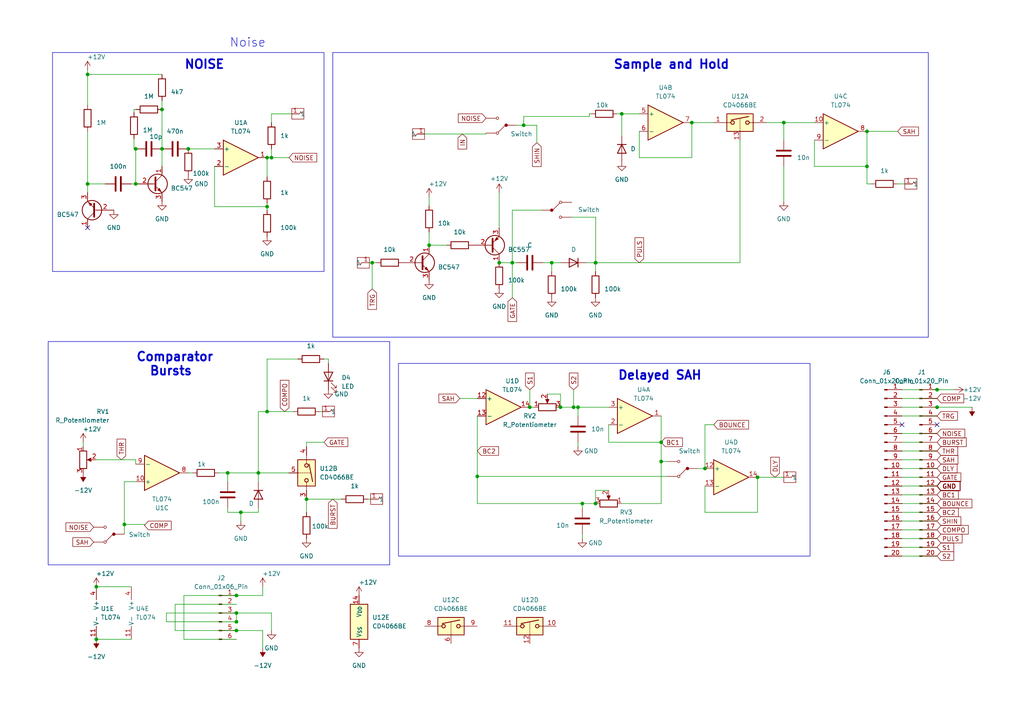
<source format=kicad_sch>
(kicad_sch (version 20250114) (generator "eeschema") (generator_version "9.0")
  (paper "A4")
  (title_block (title "Random by github.com/Fihdi"))
  (lib_symbols
    (symbol "Amplifier_Operational:TL074" (pin_names (offset 0.127))
      (property "Reference" "U" (at 0 5.08 0))
      (property "Value" "TL074" (at 0 -5.08 0))
      (symbol "TL074_1_1"
        (pin input line (at -7.62 2.54 0) (length 2.54) (name "+") (number "3"))
        (pin input line (at -7.62 -2.54 0) (length 2.54) (name "-") (number "2"))
        (pin output line (at 7.62 0 180) (length 2.54) (name "~") (number "1"))
      )
      (symbol "TL074_2_1"
        (pin input line (at -7.62 2.54 0) (length 2.54) (name "+") (number "5"))
        (pin input line (at -7.62 -2.54 0) (length 2.54) (name "-") (number "6"))
        (pin output line (at 7.62 0 180) (length 2.54) (name "~") (number "7"))
      )
      (symbol "TL074_3_1"
        (pin input line (at -7.62 2.54 0) (length 2.54) (name "+") (number "10"))
        (pin input line (at -7.62 -2.54 0) (length 2.54) (name "-") (number "9"))
        (pin output line (at 7.62 0 180) (length 2.54) (name "~") (number "8"))
      )
      (symbol "TL074_4_1"
        (pin input line (at -7.62 2.54 0) (length 2.54) (name "+") (number "12"))
        (pin input line (at -7.62 -2.54 0) (length 2.54) (name "-") (number "13"))
        (pin output line (at 7.62 0 180) (length 2.54) (name "~") (number "14"))
      )
      (symbol "TL074_5_1"
        (pin power_in line (at -2.54 7.62 270) (length 3.81) (name "V+") (number "4"))
        (pin power_in line (at -2.54 -7.62 90) (length 3.81) (name "V-") (number "11"))
      )
    )
    (symbol "Analog_Switch:CD4066BE"
      (property "Reference" "U" (at -5.08 3.81 0))
      (property "Value" "CD4066BE" (at 7.62 3.81 0))
      (symbol "CD4066BE_1_1"
        (pin bidirectional line (at -7.62 0 0) (length 2.54) (name "~") (number "1"))
        (pin input line (at 0 -5.08 90) (length 2.54) (name "~") (number "13"))
        (pin bidirectional line (at 7.62 0 180) (length 2.54) (name "~") (number "2"))
      )
      (symbol "CD4066BE_2_1"
        (pin bidirectional line (at -7.62 0 0) (length 2.54) (name "~") (number "4"))
        (pin input line (at 0 -5.08 90) (length 2.54) (name "~") (number "5"))
        (pin bidirectional line (at 7.62 0 180) (length 2.54) (name "~") (number "3"))
      )
      (symbol "CD4066BE_3_1"
        (pin bidirectional line (at -7.62 0 0) (length 2.54) (name "~") (number "8"))
        (pin input line (at 0 -5.08 90) (length 2.54) (name "~") (number "6"))
        (pin bidirectional line (at 7.62 0 180) (length 2.54) (name "~") (number "9"))
      )
      (symbol "CD4066BE_4_1"
        (pin bidirectional line (at -7.62 0 0) (length 2.54) (name "~") (number "11"))
        (pin input line (at 0 -5.08 90) (length 2.54) (name "~") (number "12"))
        (pin bidirectional line (at 7.62 0 180) (length 2.54) (name "~") (number "10"))
      )
      (symbol "CD4066BE_5_1"
        (pin power_in line (at 0 7.62 270) (length 2.54) (name "V_{DD}") (number "14"))
        (pin power_in line (at 0 -7.62 90) (length 2.54) (name "V_{SS}") (number "7"))
      )
    )
    (symbol "Connector:Conn_01x06_Pin" (pin_names (offset 1.016) (hide yes))
      (property "Reference" "J" (at 0 7.62 0))
      (property "Value" "Conn_01x06_Pin" (at 0 -10.16 0))
      (symbol "Conn_01x06_Pin_1_1"
        (pin passive line (at 5.08 5.08 180) (length 3.81) (name "Pin_1") (number "1"))
        (pin passive line (at 5.08 2.54 180) (length 3.81) (name "Pin_2") (number "2"))
        (pin passive line (at 5.08 0 180) (length 3.81) (name "Pin_3") (number "3"))
        (pin passive line (at 5.08 -2.54 180) (length 3.81) (name "Pin_4") (number "4"))
        (pin passive line (at 5.08 -5.08 180) (length 3.81) (name "Pin_5") (number "5"))
        (pin passive line (at 5.08 -7.62 180) (length 3.81) (name "Pin_6") (number "6"))
      )
    )
    (symbol "Connector:Conn_01x20_Pin" (pin_names (offset 1.016) (hide yes))
      (property "Reference" "J" (at 0 25.4 0))
      (property "Value" "Conn_01x20_Pin" (at 0 -27.94 0))
      (symbol "Conn_01x20_Pin_1_1"
        (pin passive line (at 5.08 22.86 180) (length 3.81) (name "Pin_1") (number "1"))
        (pin passive line (at 5.08 20.32 180) (length 3.81) (name "Pin_2") (number "2"))
        (pin passive line (at 5.08 17.78 180) (length 3.81) (name "Pin_3") (number "3"))
        (pin passive line (at 5.08 15.24 180) (length 3.81) (name "Pin_4") (number "4"))
        (pin passive line (at 5.08 12.7 180) (length 3.81) (name "Pin_5") (number "5"))
        (pin passive line (at 5.08 10.16 180) (length 3.81) (name "Pin_6") (number "6"))
        (pin passive line (at 5.08 7.62 180) (length 3.81) (name "Pin_7") (number "7"))
        (pin passive line (at 5.08 5.08 180) (length 3.81) (name "Pin_8") (number "8"))
        (pin passive line (at 5.08 2.54 180) (length 3.81) (name "Pin_9") (number "9"))
        (pin passive line (at 5.08 0 180) (length 3.81) (name "Pin_10") (number "10"))
        (pin passive line (at 5.08 -2.54 180) (length 3.81) (name "Pin_11") (number "11"))
        (pin passive line (at 5.08 -5.08 180) (length 3.81) (name "Pin_12") (number "12"))
        (pin passive line (at 5.08 -7.62 180) (length 3.81) (name "Pin_13") (number "13"))
        (pin passive line (at 5.08 -10.16 180) (length 3.81) (name "Pin_14") (number "14"))
        (pin passive line (at 5.08 -12.7 180) (length 3.81) (name "Pin_15") (number "15"))
        (pin passive line (at 5.08 -15.24 180) (length 3.81) (name "Pin_16") (number "16"))
        (pin passive line (at 5.08 -17.78 180) (length 3.81) (name "Pin_17") (number "17"))
        (pin passive line (at 5.08 -20.32 180) (length 3.81) (name "Pin_18") (number "18"))
        (pin passive line (at 5.08 -22.86 180) (length 3.81) (name "Pin_19") (number "19"))
        (pin passive line (at 5.08 -25.4 180) (length 3.81) (name "Pin_20") (number "20"))
      )
    )
    (symbol "Device:C" (pin_numbers (hide yes)) (pin_names (offset 0.254))
      (property "Reference" "C" (at 0.635 2.54 0))
      (property "Value" "C" (at 0.635 -2.54 0))
      (symbol "C_1_1"
        (pin passive line (at 0 3.81 270) (length 2.794) (name "~") (number "1"))
        (pin passive line (at 0 -3.81 90) (length 2.794) (name "~") (number "2"))
      )
    )
    (symbol "Device:D" (pin_numbers (hide yes)) (pin_names (offset 1.016) (hide yes))
      (property "Reference" "D" (at 0 2.54 0))
      (property "Value" "D" (at 0 -2.54 0))
      (symbol "D_1_1"
        (pin passive line (at -3.81 0 0) (length 2.54) (name "K") (number "1"))
        (pin passive line (at 3.81 0 180) (length 2.54) (name "A") (number "2"))
      )
    )
    (symbol "Device:LED" (pin_numbers (hide yes)) (pin_names (offset 1.016) (hide yes))
      (property "Reference" "D" (at 0 2.54 0))
      (property "Value" "LED" (at 0 -2.54 0))
      (symbol "LED_1_1"
        (pin passive line (at -3.81 0 0) (length 2.54) (name "K") (number "1"))
        (pin passive line (at 3.81 0 180) (length 2.54) (name "A") (number "2"))
      )
    )
    (symbol "Device:R" (pin_numbers (hide yes)) (pin_names (offset 0))
      (property "Reference" "R" (at 2.032 0 90))
      (property "Value" "R" (at 0 0 90))
      (symbol "R_1_1"
        (pin passive line (at 0 3.81 270) (length 1.27) (name "~") (number "1"))
        (pin passive line (at 0 -3.81 90) (length 1.27) (name "~") (number "2"))
      )
    )
    (symbol "Device:R_Potentiometer" (pin_names (offset 1.016) (hide yes))
      (property "Reference" "RV" (at -4.445 0 90))
      (property "Value" "R_Potentiometer" (at -2.54 0 90))
      (symbol "R_Potentiometer_1_1"
        (pin passive line (at 0 3.81 270) (length 1.27) (name "1") (number "1"))
        (pin passive line (at 0 -3.81 90) (length 1.27) (name "3") (number "3"))
        (pin passive line (at 3.81 0 180) (length 1.27) (name "2") (number "2"))
      )
    )
    (symbol "HEJ:Aux_flush"
      (property "Reference" "U" (at -0.0508 5.3848 0))
      (symbol "Aux_flush_1_1"
        (pin bidirectional line (at 1.7272 0 180) (length 2) (name "1") (number "1"))
      )
    )
    (symbol "HEJ:Switch"
      (property "Reference" "U" (at 0 4.318 0))
      (property "Value" "Switch" (at 0 -6.096 0))
      (symbol "Switch_1_1"
        (pin input line (at -3.048 0 0) (length 2.54) (hide yes) (name "2") (number "2"))
        (pin input line (at 5.842 2.286 180) (length 2.54) (hide yes) (name "1") (number "1"))
        (pin input line (at 5.842 -2.032 180) (length 2.54) (hide yes) (name "3") (number "3"))
      )
    )
    (symbol "Transistor_BJT:BC547" (pin_names (offset 0) (hide yes))
      (property "Reference" "Q" (at 5.08 1.905 0))
      (property "Value" "BC547" (at 5.08 0 0))
      (symbol "BC547_1_1"
        (pin input line (at -5.08 0 0) (length 5.08) (name "B") (number "2"))
        (pin passive line (at 2.54 5.08 270) (length 2.54) (name "C") (number "1"))
        (pin passive line (at 2.54 -5.08 90) (length 2.54) (name "E") (number "3"))
      )
    )
    (symbol "Transistor_BJT:BC557" (pin_names (offset 0) (hide yes))
      (property "Reference" "Q" (at 5.08 1.905 0))
      (property "Value" "BC557" (at 5.08 0 0))
      (symbol "BC557_1_1"
        (pin input line (at -5.08 0 0) (length 5.715) (name "B") (number "2"))
        (pin passive line (at 2.54 5.08 270) (length 2.54) (name "C") (number "1"))
        (pin passive line (at 2.54 -5.08 90) (length 2.54) (name "E") (number "3"))
      )
    )
    (symbol "power:+12V" (power) (pin_names (offset 0))
      (property "Value" "+12V" (at 0 3.556 0))
      (symbol "+12V_1_1"
        (pin power_in line (at 0 0 90) (length 0) (hide yes) (name "+12V") (number "1"))
      )
    )
    (symbol "power:-12V" (power) (pin_names (offset 0))
      (property "Value" "-12V" (at 0 3.81 0))
      (symbol "-12V_0_0"
        (pin power_in line (at 0 0 90) (length 0) (hide yes) (name "-12V") (number "1"))
      )
    )
    (symbol "power:GND" (power) (pin_names (offset 0))
      (property "Value" "GND" (at 0 -3.81 0))
      (symbol "GND_1_1"
        (pin power_in line (at 0 0 270) (length 0) (hide yes) (name "GND") (number "1"))
      )
    )
  )
  (rectangle (start 96.52 15.24) (end 269.24 97.79))
  (rectangle (start 15.24 15.24) (end 93.98 78.74))
  (rectangle (start 115.57 105.41) (end 234.95 161.29))
  (rectangle (start 13.97 99.06) (end 113.03 163.83))
  (text "Comparator\n  Bursts" (at 39.37 109.22 0) (effects (font (size 2.54 2.54) (thickness 0.508) (bold yes)) (justify left bottom)))
  (text "NOISE" (at 53.34 20.32 0) (effects (font (size 2.54 2.54) (thickness 0.508) (bold yes)) (justify left bottom)))
  (text "Delayed SAH\n" (at 179.07 110.49 0) (effects (font (size 2.54 2.54) (thickness 0.508) (bold yes)) (justify left bottom)))
  (text "Sample and Hold" (at 177.8 20.32 0) (effects (font (size 2.54 2.54) (thickness 0.508) (bold yes)) (justify left bottom)))
  (text "Noise" (at 66.548 13.97 0) (effects (font (size 2.54 2.54)) (justify left bottom)))
  (junction (at 27.94 185.42))
  (junction (at 25.4 53.34))
  (junction (at 88.9 144.78))
  (junction (at 68.58 172.72))
  (junction (at 77.47 119.38))
  (junction (at 180.34 33.02))
  (junction (at 172.7765 76.2))
  (junction (at 77.47 45.72))
  (junction (at 251.46 38.1))
  (junction (at 46.99 43.18))
  (junction (at 27.94 170.18))
  (junction (at 46.99 31.75))
  (junction (at 160.02 76.2))
  (junction (at 168.91 146.05))
  (junction (at 153.67 118.11))
  (junction (at 151.892 36.322))
  (junction (at 166.37 118.11))
  (junction (at 162.56 118.11))
  (junction (at 138.43 138.176))
  (junction (at 68.58 180.34))
  (junction (at 25.4 21.59))
  (junction (at 219.71 138.43))
  (junction (at 107.95 76.2))
  (junction (at 39.37 43.18))
  (junction (at 66.04 137.16))
  (junction (at 68.58 177.8))
  (junction (at 54.61 43.18))
  (junction (at 124.46 71.12))
  (junction (at 77.47 59.944))
  (junction (at 191.77 128.27))
  (junction (at 167.64 118.11))
  (junction (at 68.58 182.88))
  (junction (at 271.78 118.11))
  (junction (at 36.068 152.1049))
  (junction (at 69.85 148.59))
  (junction (at 271.78 113.03))
  (junction (at 172.72 146.05))
  (junction (at 227.33 35.56))
  (junction (at 251.46 48.26))
  (junction (at 191.77 133.858))
  (junction (at 39.37 53.34))
  (junction (at 200.66 35.56))
  (junction (at 74.93 137.16))
  (junction (at 144.78 76.2))
  (junction (at 172.72 76.2))
  (junction (at 78.74 45.72))
  (junction (at 148.59 76.2))
  (junction (at 204.47 135.89))
  (no_connect (at 25.4 66.04))
  (no_connect (at 271.78 123.19))
  (no_connect (at 261.62 123.19))
  (wire (pts (xy 123.1392 38.862) (xy 140.97 38.862)))
  (wire (pts (xy 261.62 146.05) (xy 271.78 146.05)))
  (wire (pts (xy 50.8 175.26) (xy 50.8 182.88)))
  (wire (pts (xy 106.68 144.78) (xy 107.4928 144.78)))
  (wire (pts (xy 204.47 140.97) (xy 204.47 148.59)))
  (wire (pts (xy 88.9 144.78) (xy 99.06 144.78)))
  (wire (pts (xy 167.64 129.54) (xy 167.64 128.27)))
  (wire (pts (xy 69.85 151.13) (xy 69.85 148.59)))
  (wire (pts (xy 77.47 59.944) (xy 77.47 58.928)))
  (wire (pts (xy 77.47 104.14) (xy 86.36 104.14)))
  (wire (pts (xy 153.67 113.03) (xy 153.67 118.11)))
  (wire (pts (xy 48.26 180.34) (xy 68.58 180.34)))
  (wire (pts (xy 148.59 76.2) (xy 148.59 86.36)))
  (wire (pts (xy 62.23 59.944) (xy 62.23 48.26)))
  (wire (pts (xy 261.62 151.13) (xy 271.78 151.13)))
  (wire (pts (xy 25.4 53.34) (xy 30.48 53.34)))
  (wire (pts (xy 261.62 161.29) (xy 271.78 161.29)))
  (wire (pts (xy 88.9 128.27) (xy 88.9 129.54)))
  (wire (pts (xy 66.04 148.59) (xy 69.85 148.59)))
  (wire (pts (xy 251.46 38.1) (xy 260.35 38.1)))
  (wire (pts (xy 77.47 59.944) (xy 62.23 59.944)))
  (wire (pts (xy 48.26 177.8) (xy 68.58 177.8)))
  (wire (pts (xy 162.56 114.3) (xy 162.56 118.11)))
  (wire (pts (xy 200.66 35.56) (xy 207.01 35.56)))
  (wire (pts (xy 46.99 31.75) (xy 46.99 43.18)))
  (wire (pts (xy 170.18 76.2) (xy 172.72 76.2)))
  (wire (pts (xy 41.91 152.4) (xy 41.91 152.1049)))
  (wire (pts (xy 167.64 118.11) (xy 167.64 120.65)))
  (wire (pts (xy 77.47 60.96) (xy 77.47 59.944)))
  (wire (pts (xy 27.94 170.18) (xy 38.1 170.18)))
  (wire (pts (xy 167.64 118.11) (xy 176.53 118.11)))
  (wire (pts (xy 191.77 146.05) (xy 180.34 146.05)))
  (wire (pts (xy 204.47 123.19) (xy 207.01 123.19)))
  (wire (pts (xy 191.77 133.858) (xy 191.77 146.05)))
  (wire (pts (xy 180.34 33.02) (xy 185.42 33.02)))
  (wire (pts (xy 39.37 133.35) (xy 39.37 134.62)))
  (wire (pts (xy 93.98 104.14) (xy 95.25 104.14)))
  (wire (pts (xy 227.33 35.56) (xy 236.22 35.56)))
  (wire (pts (xy 172.72 142.24) (xy 172.72 146.05)))
  (wire (pts (xy 66.04 147.32) (xy 66.04 148.59)))
  (wire (pts (xy 261.62 158.75) (xy 271.78 158.75)))
  (wire (pts (xy 74.93 148.59) (xy 74.93 147.32)))
  (wire (pts (xy 271.78 118.11) (xy 281.94 118.11)))
  (wire (pts (xy 77.47 119.38) (xy 85.09 119.38)))
  (wire (pts (xy 48.26 177.8) (xy 48.26 180.34)))
  (wire (pts (xy 251.46 48.26) (xy 251.46 53.34)))
  (wire (pts (xy 261.62 120.65) (xy 271.78 120.65)))
  (wire (pts (xy 77.47 104.14) (xy 77.47 119.38)))
  (wire (pts (xy 39.37 139.7) (xy 36.068 139.7)))
  (wire (pts (xy 78.74 177.8) (xy 68.58 177.8)))
  (wire (pts (xy 138.43 138.176) (xy 138.43 146.05)))
  (wire (pts (xy 50.8 182.88) (xy 68.58 182.88)))
  (wire (pts (xy 157.48 76.2) (xy 160.02 76.2)))
  (wire (pts (xy 55.88 137.16) (xy 54.61 137.16)))
  (wire (pts (xy 168.91 146.05) (xy 168.91 147.32)))
  (wire (pts (xy 140.97 38.862) (xy 140.97 38.608)))
  (wire (pts (xy 261.62 133.35) (xy 271.78 133.35)))
  (wire (pts (xy 172.72 142.24) (xy 176.53 142.24)))
  (wire (pts (xy 76.2 172.72) (xy 68.58 172.72)))
  (wire (pts (xy 39.37 53.34) (xy 38.1 53.34)))
  (wire (pts (xy 78.74 45.72) (xy 83.82 45.72)))
  (wire (pts (xy 46.99 43.18) (xy 46.99 48.26)))
  (wire (pts (xy 36.068 152.1049) (xy 36.068 154.94)))
  (wire (pts (xy 76.2 170.18) (xy 76.2 172.72)))
  (wire (pts (xy 76.2 187.96) (xy 76.2 182.88)))
  (wire (pts (xy 227.33 35.56) (xy 222.25 35.56)))
  (wire (pts (xy 204.47 135.89) (xy 204.47 123.19)))
  (wire (pts (xy 148.59 76.2) (xy 149.86 76.2)))
  (wire (pts (xy 36.068 139.7) (xy 36.068 152.1049)))
  (wire (pts (xy 261.62 143.51) (xy 271.78 143.51)))
  (wire (pts (xy 227.33 40.64) (xy 227.33 35.56)))
  (wire (pts (xy 202.438 135.89) (xy 204.47 135.89)))
  (wire (pts (xy 236.22 48.26) (xy 251.46 48.26)))
  (wire (pts (xy 66.04 137.16) (xy 74.93 137.16)))
  (wire (pts (xy 160.02 76.2) (xy 160.02 78.74)))
  (wire (pts (xy 25.4 21.59) (xy 46.99 21.59)))
  (wire (pts (xy 77.47 51.308) (xy 77.47 45.72)))
  (wire (pts (xy 260.35 53.34) (xy 262.4328 53.34)))
  (wire (pts (xy 151.892 33.782) (xy 151.892 36.322)))
  (wire (pts (xy 172.72 146.05) (xy 168.91 146.05)))
  (wire (pts (xy 25.4 55.88) (xy 25.4 53.34)))
  (wire (pts (xy 261.62 130.81) (xy 271.78 130.81)))
  (wire (pts (xy 168.91 154.94) (xy 168.91 156.21)))
  (wire (pts (xy 176.53 128.27) (xy 191.77 128.27)))
  (wire (pts (xy 176.53 123.19) (xy 176.53 128.27)))
  (wire (pts (xy 261.62 128.27) (xy 271.78 128.27)))
  (wire (pts (xy 261.62 138.43) (xy 271.78 138.43)))
  (wire (pts (xy 27.94 133.35) (xy 39.37 133.35)))
  (wire (pts (xy 53.34 185.42) (xy 68.58 185.42)))
  (wire (pts (xy 92.71 119.38) (xy 93.5228 119.38)))
  (wire (pts (xy 172.7765 62.992) (xy 172.7765 76.2)))
  (wire (pts (xy 46.99 29.21) (xy 46.99 31.75)))
  (wire (pts (xy 27.94 185.42) (xy 38.1 185.42)))
  (wire (pts (xy 162.56 118.11) (xy 166.37 118.11)))
  (wire (pts (xy 219.71 138.43) (xy 227.33 138.43)))
  (wire (pts (xy 172.72 76.2) (xy 172.7765 76.2)))
  (wire (pts (xy 25.4 21.59) (xy 25.4 30.48)))
  (wire (pts (xy 95.25 104.14) (xy 95.25 105.41)))
  (wire (pts (xy 236.22 40.64) (xy 236.22 48.26)))
  (wire (pts (xy 38.862 40.259) (xy 38.862 43.18)))
  (wire (pts (xy 148.59 76.2) (xy 148.59 60.96)))
  (wire (pts (xy 251.46 53.34) (xy 252.73 53.34)))
  (wire (pts (xy 185.42 38.1) (xy 185.42 45.72)))
  (wire (pts (xy 193.548 138.176) (xy 138.43 138.176)))
  (wire (pts (xy 151.892 33.782) (xy 170.942 33.782)))
  (wire (pts (xy 66.04 137.16) (xy 66.04 139.7)))
  (wire (pts (xy 179.07 33.02) (xy 180.34 33.02)))
  (wire (pts (xy 25.4 20.32) (xy 25.4 21.59)))
  (wire (pts (xy 144.78 76.2) (xy 148.59 76.2)))
  (wire (pts (xy 214.63 40.64) (xy 214.63 76.2)))
  (wire (pts (xy 155.702 41.402) (xy 155.702 36.322)))
  (wire (pts (xy 172.7765 76.2) (xy 214.63 76.2)))
  (wire (pts (xy 38.862 32.639) (xy 38.862 31.75)))
  (wire (pts (xy 50.8 175.26) (xy 68.58 175.26)))
  (wire (pts (xy 74.93 139.7) (xy 74.93 137.16)))
  (wire (pts (xy 76.2 182.88) (xy 68.58 182.88)))
  (wire (pts (xy 149.86 36.322) (xy 151.892 36.322)))
  (wire (pts (xy 78.74 33.02) (xy 84.6328 33.02)))
  (wire (pts (xy 271.78 113.03) (xy 276.86 113.03)))
  (wire (pts (xy 148.59 60.96) (xy 156.972 60.96)))
  (wire (pts (xy 227.33 58.42) (xy 227.33 48.26)))
  (wire (pts (xy 41.91 152.1049) (xy 36.068 152.1049)))
  (wire (pts (xy 261.62 125.73) (xy 271.78 125.73)))
  (wire (pts (xy 251.46 48.26) (xy 251.46 38.1)))
  (wire (pts (xy 138.43 146.05) (xy 168.91 146.05)))
  (wire (pts (xy 63.5 137.16) (xy 66.04 137.16)))
  (wire (pts (xy 219.71 148.59) (xy 219.71 138.43)))
  (wire (pts (xy 74.93 137.16) (xy 83.82 137.16)))
  (wire (pts (xy 170.942 33.782) (xy 170.942 33.02)))
  (wire (pts (xy 166.37 118.11) (xy 167.64 118.11)))
  (wire (pts (xy 160.02 76.2) (xy 162.56 76.2)))
  (wire (pts (xy 261.62 156.21) (xy 271.78 156.21)))
  (wire (pts (xy 200.66 45.72) (xy 200.66 35.56)))
  (wire (pts (xy 53.34 172.72) (xy 68.58 172.72)))
  (wire (pts (xy 172.72 76.2) (xy 172.72 78.74)))
  (wire (pts (xy 191.77 128.27) (xy 191.77 133.858)))
  (wire (pts (xy 74.93 119.38) (xy 77.47 119.38)))
  (wire (pts (xy 261.62 118.11) (xy 271.78 118.11)))
  (wire (pts (xy 138.43 120.65) (xy 138.43 138.176)))
  (wire (pts (xy 88.9 144.78) (xy 88.9 148.59)))
  (wire (pts (xy 261.62 148.59) (xy 271.78 148.59)))
  (wire (pts (xy 261.62 115.57) (xy 271.78 115.57)))
  (wire (pts (xy 77.47 45.72) (xy 78.74 45.72)))
  (wire (pts (xy 124.46 71.12) (xy 129.54 71.12)))
  (wire (pts (xy 53.34 172.72) (xy 53.34 185.42)))
  (wire (pts (xy 24.13 128.27) (xy 24.13 129.54)))
  (wire (pts (xy 124.46 57.15) (xy 124.46 59.69)))
  (wire (pts (xy 158.75 114.3) (xy 162.56 114.3)))
  (wire (pts (xy 107.95 76.2) (xy 107.95 83.82)))
  (wire (pts (xy 166.37 113.03) (xy 166.37 118.11)))
  (wire (pts (xy 39.37 43.18) (xy 39.37 53.34)))
  (wire (pts (xy 133.35 115.57) (xy 138.43 115.57)))
  (wire (pts (xy 38.862 31.75) (xy 39.37 31.75)))
  (wire (pts (xy 25.4 53.34) (xy 25.4 38.1)))
  (wire (pts (xy 144.78 55.88) (xy 144.78 66.04)))
  (wire (pts (xy 107.95 76.2) (xy 109.22 76.2)))
  (wire (pts (xy 124.46 67.31) (xy 124.46 71.12)))
  (wire (pts (xy 38.862 43.18) (xy 39.37 43.18)))
  (wire (pts (xy 261.62 113.03) (xy 271.78 113.03)))
  (wire (pts (xy 78.74 182.88) (xy 78.74 177.8)))
  (wire (pts (xy 193.548 133.858) (xy 191.77 133.858)))
  (wire (pts (xy 191.77 128.27) (xy 191.77 120.65)))
  (wire (pts (xy 180.34 33.02) (xy 180.34 39.37)))
  (wire (pts (xy 78.74 35.56) (xy 78.74 33.02)))
  (wire (pts (xy 78.74 45.72) (xy 78.74 43.18)))
  (wire (pts (xy 261.62 135.89) (xy 271.78 135.89)))
  (wire (pts (xy 261.62 153.67) (xy 271.78 153.67)))
  (wire (pts (xy 151.892 36.322) (xy 155.702 36.322)))
  (wire (pts (xy 204.47 148.59) (xy 219.71 148.59)))
  (wire (pts (xy 107.1372 76.2) (xy 107.95 76.2)))
  (wire (pts (xy 68.58 177.8) (xy 68.58 180.34)))
  (wire (pts (xy 165.862 62.992) (xy 172.7765 62.992)))
  (wire (pts (xy 93.98 128.27) (xy 88.9 128.27)))
  (wire (pts (xy 261.62 140.97) (xy 271.78 140.97)))
  (wire (pts (xy 170.942 33.02) (xy 171.45 33.02)))
  (wire (pts (xy 185.42 45.72) (xy 200.66 45.72)))
  (wire (pts (xy 74.93 148.59) (xy 69.85 148.59)))
  (wire (pts (xy 54.61 43.18) (xy 62.23 43.18)))
  (wire (pts (xy 74.93 137.16) (xy 74.93 119.38)))
  (wire (pts (xy 153.67 118.11) (xy 154.94 118.11)))
  (global_label "S1" (shape input) (at 153.67 113.03 90) (property "Intersheetrefs" "${INTERSHEET_REFS}" (effects (hide yes))))
  (global_label "SAH" (shape input) (at 260.35 38.1 0) (property "Intersheetrefs" "${INTERSHEET_REFS}" (effects (hide yes))))
  (global_label "GATE" (shape input) (at 148.59 86.36 270) (property "Intersheetrefs" "${INTERSHEET_REFS}" (effects (hide yes))))
  (global_label "COMPO" (shape input) (at 82.55 119.38 90) (property "Intersheetrefs" "${INTERSHEET_REFS}" (effects (hide yes))))
  (global_label "THR" (shape input) (at 271.78 130.81 0) (property "Intersheetrefs" "${INTERSHEET_REFS}" (effects (hide yes))))
  (global_label "S2" (shape input) (at 166.37 113.03 90) (property "Intersheetrefs" "${INTERSHEET_REFS}" (effects (hide yes))))
  (global_label "DLY" (shape input) (at 271.78 135.89 0) (property "Intersheetrefs" "${INTERSHEET_REFS}" (effects (hide yes))))
  (global_label "COMPO" (shape input) (at 271.78 153.67 0) (property "Intersheetrefs" "${INTERSHEET_REFS}" (effects (hide yes))))
  (global_label "TRG" (shape input) (at 107.95 83.82 270) (property "Intersheetrefs" "${INTERSHEET_REFS}" (effects (hide yes))))
  (global_label "COMP" (shape input) (at 271.78 115.57 0) (property "Intersheetrefs" "${INTERSHEET_REFS}" (effects (hide yes))))
  (global_label "S1" (shape input) (at 271.78 158.75 0) (property "Intersheetrefs" "${INTERSHEET_REFS}" (effects (hide yes))))
  (global_label "BC2" (shape input) (at 138.43 130.81 0) (property "Intersheetrefs" "${INTERSHEET_REFS}" (effects (hide yes))))
  (global_label "SAH" (shape input) (at 271.78 133.35 0) (property "Intersheetrefs" "${INTERSHEET_REFS}" (effects (hide yes))))
  (global_label "SAH" (shape input) (at 27.178 157.226 180) (property "Intersheetrefs" "${INTERSHEET_REFS}" (effects (hide yes))))
  (global_label "NOISE" (shape input) (at 271.78 125.73 0) (property "Intersheetrefs" "${INTERSHEET_REFS}" (effects (hide yes))))
  (global_label "DLY" (shape input) (at 224.79 138.43 90) (property "Intersheetrefs" "${INTERSHEET_REFS}" (effects (hide yes))))
  (global_label "NOISE" (shape input) (at 27.178 152.908 180) (property "Intersheetrefs" "${INTERSHEET_REFS}" (effects (hide yes))))
  (global_label "BOUNCE" (shape input) (at 271.78 146.05 0) (property "Intersheetrefs" "${INTERSHEET_REFS}" (effects (hide yes))))
  (global_label "PULS" (shape input) (at 271.78 156.21 0) (property "Intersheetrefs" "${INTERSHEET_REFS}" (effects (hide yes))))
  (global_label "S2" (shape input) (at 271.78 161.29 0) (property "Intersheetrefs" "${INTERSHEET_REFS}" (effects (hide yes))))
  (global_label "BURST" (shape input) (at 96.52 144.78 270) (property "Intersheetrefs" "${INTERSHEET_REFS}" (effects (hide yes))))
  (global_label "GND" (shape input) (at 271.78 140.97 0) (effects (font (bold yes))) (property "Intersheetrefs" "${INTERSHEET_REFS}" (effects (hide yes))))
  (global_label "BURST" (shape input) (at 271.78 128.27 0) (property "Intersheetrefs" "${INTERSHEET_REFS}" (effects (hide yes))))
  (global_label "BC2" (shape input) (at 271.78 148.59 0) (property "Intersheetrefs" "${INTERSHEET_REFS}" (effects (hide yes))))
  (global_label "NOISE" (shape input) (at 83.82 45.72 0) (property "Intersheetrefs" "${INTERSHEET_REFS}" (effects (hide yes))))
  (global_label "TRG" (shape input) (at 271.78 120.65 0) (property "Intersheetrefs" "${INTERSHEET_REFS}" (effects (hide yes))))
  (global_label "PULS" (shape input) (at 185.42 76.2 90) (property "Intersheetrefs" "${INTERSHEET_REFS}" (effects (hide yes))))
  (global_label "GATE" (shape input) (at 93.98 128.27 0) (property "Intersheetrefs" "${INTERSHEET_REFS}" (effects (hide yes))))
  (global_label "IN" (shape input) (at 134.112 38.862 270) (property "Intersheetrefs" "${INTERSHEET_REFS}" (effects (hide yes))))
  (global_label "THR" (shape input) (at 35.1884 133.35 90) (property "Intersheetrefs" "${INTERSHEET_REFS}" (effects (hide yes))))
  (global_label "COMP" (shape input) (at 41.91 152.4 0) (property "Intersheetrefs" "${INTERSHEET_REFS}" (effects (hide yes))))
  (global_label "BC1" (shape input) (at 191.77 128.27 0) (property "Intersheetrefs" "${INTERSHEET_REFS}" (effects (hide yes))))
  (global_label "SAH" (shape input) (at 133.35 115.57 180) (property "Intersheetrefs" "${INTERSHEET_REFS}" (effects (hide yes))))
  (global_label "NOISE" (shape input) (at 140.97 34.29 180) (property "Intersheetrefs" "${INTERSHEET_REFS}" (effects (hide yes))))
  (global_label "SHIN" (shape input) (at 271.78 151.13 0) (property "Intersheetrefs" "${INTERSHEET_REFS}" (effects (hide yes))))
  (global_label "BOUNCE" (shape input) (at 207.01 123.19 0) (property "Intersheetrefs" "${INTERSHEET_REFS}" (effects (hide yes))))
  (global_label "GATE" (shape input) (at 271.78 138.43 0) (property "Intersheetrefs" "${INTERSHEET_REFS}" (effects (hide yes))))
  (global_label "SHIN" (shape input) (at 155.702 41.402 270) (property "Intersheetrefs" "${INTERSHEET_REFS}" (effects (hide yes))))
  (global_label "BC1" (shape input) (at 271.78 143.51 0) (property "Intersheetrefs" "${INTERSHEET_REFS}" (effects (hide yes))))
  (symbol (lib_id "power:+12V") (at 25.4 20.32 0) (unit 1)
    (property "Reference" "#PWR01" (effects (hide yes)))
    (property "Value" "+12V" (at 27.94 16.51 0))
  )
  (symbol (lib_id "power:GND") (at 77.47 68.58 0) (unit 1)
    (property "Reference" "#PWR05" (effects (hide yes)))
    (property "Value" "GND" (at 77.47 73.66 0))
  )
  (symbol (lib_id "HEJ:Aux_flush") (at 121.412 38.862 0) (unit 1)
    (property "Reference" "U6" (effects (hide yes)))
    (property "Value" "Aux_flush" (effects (hide yes)))
    (property "Footprint" "Library:3mm5 Mono Aux" (effects (hide yes)))
  )
  (symbol (lib_id "HEJ:Aux_flush") (at 105.41 76.2 0) (unit 1)
    (property "Reference" "U2" (effects (hide yes)))
    (property "Value" "Aux_flush" (effects (hide yes)))
    (property "Footprint" "Library:3mm5 Mono Aux" (effects (hide yes)))
  )
  (symbol (lib_id "Transistor_BJT:BC547") (at 44.45 53.34 0) (unit 1)
    (property "Reference" "Q2" (effects (hide yes)))
    (property "Value" "BC547" (at 49.53 54.6099 0) (effects (justify left)))
    (property "Footprint" "Package_TO_SOT_THT:TO-92_Inline_Wide" (effects (hide yes)))
    (property "Datasheet" "https://www.onsemi.com/pub/Collateral/BC550-D.pdf" (effects (hide yes)))
  )
  (symbol (lib_id "power:GND") (at 78.74 182.88 0) (unit 1)
    (property "Reference" "#PWR024" (effects (hide yes)))
    (property "Value" "GND" (at 78.74 187.96 0))
  )
  (symbol (lib_id "power:+12V") (at 124.46 57.15 0) (unit 1)
    (property "Reference" "#PWR06" (effects (hide yes)))
    (property "Value" "+12V" (at 127 53.34 0))
  )
  (symbol (lib_id "Device:LED") (at 95.25 109.22 90) (unit 1)
    (property "Reference" "D4" (at 99.06 109.5375 90) (effects (justify right)))
    (property "Value" "LED" (at 99.06 112.0775 90) (effects (justify right)))
    (property "Footprint" "LED_THT:LED_D5.0mm" (effects (hide yes)))
  )
  (symbol (lib_id "Device:C") (at 167.64 124.46 180) (unit 1)
    (property "Reference" "C6" (effects (hide yes)))
    (property "Value" "10n" (at 171.45 124.46 0) (effects (justify right)))
    (property "Footprint" "Capacitor_THT:C_Axial_L3.8mm_D2.6mm_P10.00mm_Horizontal" (effects (hide yes)))
  )
  (symbol (lib_id "power:GND") (at 168.91 156.21 0) (mirror y) (unit 1)
    (property "Reference" "#PWR027" (effects (hide yes)))
    (property "Value" "GND" (at 172.72 157.48 0))
  )
  (symbol (lib_id "Device:R") (at 175.26 33.02 90) (unit 1)
    (property "Reference" "R20" (effects (hide yes)))
    (property "Value" "10k" (at 176.5299 30.48 90) (effects (justify left)))
    (property "Footprint" "Resistor_THT:R_Axial_DIN0204_L3.6mm_D1.6mm_P7.62mm_Horizontal" (effects (hide yes)))
  )
  (symbol (lib_id "power:GND") (at 227.33 58.42 0) (unit 1)
    (property "Reference" "#PWR014" (effects (hide yes)))
    (property "Value" "GND" (at 227.33 63.5 0))
  )
  (symbol (lib_id "Device:C") (at 168.91 151.13 0) (mirror x) (unit 1)
    (property "Reference" "C7" (effects (hide yes)))
    (property "Value" "10n" (at 165.1 152.4 0) (effects (justify right)))
    (property "Footprint" "Capacitor_THT:C_Axial_L3.8mm_D2.6mm_P7.50mm_Horizontal" (effects (hide yes)))
  )
  (symbol (lib_id "power:GND") (at 172.72 86.36 0) (unit 1)
    (property "Reference" "#PWR011" (effects (hide yes)))
    (property "Value" "GND" (at 172.72 91.44 0))
  )
  (symbol (lib_id "Device:R") (at 88.9 119.38 270) (unit 1)
    (property "Reference" "R23" (effects (hide yes)))
    (property "Value" "1k" (at 88.9 115.57 90))
    (property "Footprint" "Resistor_THT:R_Axial_DIN0204_L3.6mm_D1.6mm_P7.62mm_Horizontal" (effects (hide yes)))
  )
  (symbol (lib_id "Device:R") (at 77.47 64.77 0) (unit 1)
    (property "Reference" "R7" (effects (hide yes)))
    (property "Value" "100k" (at 81.28 66.04 0) (effects (justify left)))
    (property "Footprint" "Resistor_THT:R_Axial_DIN0204_L3.6mm_D1.6mm_P7.62mm_Horizontal" (effects (hide yes)))
  )
  (symbol (lib_id "Amplifier_Operational:TL074") (at 40.64 177.8 0) (unit 5)
    (property "Reference" "U4" (at 39.37 176.53 0) (effects (justify left)))
    (property "Value" "TL074" (at 39.37 179.07 0) (effects (justify left)))
    (property "Footprint" "Package_DIP:DIP-14_W7.62mm" (effects (hide yes)))
    (property "Datasheet" "http://www.ti.com/lit/ds/symlink/tl071.pdf" (effects (hide yes)))
  )
  (symbol (lib_id "Device:D") (at 74.93 143.51 270) (unit 1)
    (property "Reference" "D3" (effects (hide yes)))
    (property "Value" "D" (at 72.136 146.05 90) (effects (justify left)))
    (property "Footprint" "Diode_THT:D_A-405_P5.08mm_Vertical_AnodeUp" (effects (hide yes)))
  )
  (symbol (lib_id "Device:R") (at 78.74 39.37 180) (unit 1)
    (property "Reference" "R22" (effects (hide yes)))
    (property "Value" "1k" (at 81.28 39.3699 0) (effects (justify right)))
    (property "Footprint" "Resistor_THT:R_Axial_DIN0204_L3.6mm_D1.6mm_P7.62mm_Horizontal" (effects (hide yes)))
  )
  (symbol (lib_id "Connector:Conn_01x06_Pin") (at 63.5 177.8 0) (unit 1)
    (property "Reference" "J2" (at 64.135 167.64 0))
    (property "Value" "Conn_01x06_Pin" (at 64.135 170.18 0))
    (property "Footprint" "Connector_PinSocket_2.54mm:PinSocket_1x06_P2.54mm_Vertical" (effects (hide yes)))
  )
  (symbol (lib_id "Analog_Switch:CD4066BE") (at 214.63 35.56 0) (unit 1)
    (property "Reference" "U12" (at 214.63 27.94 0))
    (property "Value" "CD4066BE" (at 214.63 30.48 0))
    (property "Footprint" "Package_DIP:DIP-14_W7.62mm" (effects (hide yes)))
    (property "Datasheet" "https://www.ti.com/lit/ds/symlink/cd4066b.pdf" (effects (hide yes)))
    (property "Description" "Quad 20V analog SPST 1:1 switch, DIP-14" (effects (hide yes)))
  )
  (symbol (lib_id "Device:R") (at 160.02 82.55 0) (unit 1)
    (property "Reference" "R11" (effects (hide yes)))
    (property "Value" "100k" (at 162.56 83.82 0) (effects (justify left)))
    (property "Footprint" "Resistor_THT:R_Axial_DIN0204_L3.6mm_D1.6mm_P7.62mm_Horizontal" (effects (hide yes)))
  )
  (symbol (lib_id "Amplifier_Operational:TL074") (at 212.09 138.43 0) (unit 4)
    (property "Reference" "U4" (at 212.09 128.27 0))
    (property "Value" "TL074" (at 212.09 130.81 0))
    (property "Footprint" "Package_DIP:DIP-14_W7.62mm" (effects (hide yes)))
    (property "Datasheet" "http://www.ti.com/lit/ds/symlink/tl071.pdf" (effects (hide yes)))
  )
  (symbol (lib_id "power:GND") (at 144.78 83.82 0) (unit 1)
    (property "Reference" "#PWR09" (effects (hide yes)))
    (property "Value" "GND" (at 144.78 88.9 0))
  )
  (symbol (lib_id "Analog_Switch:CD4066BE") (at 153.67 181.61 0) (unit 4)
    (property "Reference" "U12" (at 153.67 173.99 0))
    (property "Value" "CD4066BE" (at 153.67 176.53 0))
    (property "Footprint" "Package_DIP:DIP-14_W7.62mm" (effects (hide yes)))
    (property "Datasheet" "https://www.ti.com/lit/ds/symlink/cd4066b.pdf" (effects (hide yes)))
    (property "Description" "Quad 20V analog SPST 1:1 switch, DIP-14" (effects (hide yes)))
  )
  (symbol (lib_id "Analog_Switch:CD4066BE") (at 104.14 180.34 0) (unit 5)
    (property "Reference" "U12" (at 107.95 179.0699 0) (effects (justify left)))
    (property "Value" "CD4066BE" (at 107.95 181.6099 0) (effects (justify left)))
    (property "Footprint" "Package_DIP:DIP-14_W7.62mm" (effects (hide yes)))
    (property "Datasheet" "https://www.ti.com/lit/ds/symlink/cd4066b.pdf" (effects (hide yes)))
    (property "Description" "Quad 20V analog SPST 1:1 switch, DIP-14" (effects (hide yes)))
  )
  (symbol (lib_id "HEJ:Switch") (at 160.02 60.96 0) (unit 1)
    (property "Reference" "U3" (effects (hide yes)))
    (property "Value" "Switch" (at 167.64 60.833 0) (effects (justify left)))
    (property "Footprint" "Library:Switch" (effects (hide yes)))
  )
  (symbol (lib_id "Amplifier_Operational:TL074") (at 243.84 38.1 0) (unit 3)
    (property "Reference" "U4" (at 243.84 27.94 0))
    (property "Value" "TL074" (at 243.84 30.48 0))
    (property "Footprint" "Package_DIP:DIP-14_W7.62mm" (effects (hide yes)))
    (property "Datasheet" "http://www.ti.com/lit/ds/symlink/tl071.pdf" (effects (hide yes)))
  )
  (symbol (lib_id "Amplifier_Operational:TL074") (at 30.48 177.8 0) (unit 5)
    (property "Reference" "U1" (at 29.21 176.53 0) (effects (justify left)))
    (property "Value" "TL074" (at 29.21 179.07 0) (effects (justify left)))
    (property "Footprint" "Package_DIP:DIP-14_W7.62mm" (effects (hide yes)))
    (property "Datasheet" "http://www.ti.com/lit/ds/symlink/tl071.pdf" (effects (hide yes)))
  )
  (symbol (lib_id "Device:C") (at 66.04 143.51 180) (unit 1)
    (property "Reference" "C8" (effects (hide yes)))
    (property "Value" "100n" (at 58.674 145.542 0) (effects (justify right)))
    (property "Footprint" "Capacitor_THT:C_Axial_L3.8mm_D2.6mm_P7.50mm_Horizontal" (effects (hide yes)))
  )
  (symbol (lib_id "power:GND") (at 95.25 113.03 0) (mirror y) (unit 1)
    (property "Reference" "#PWR028" (effects (hide yes)))
    (property "Value" "GND" (at 99.06 114.3 0))
  )
  (symbol (lib_id "power:-12V") (at 76.2 187.96 180) (unit 1)
    (property "Reference" "#PWR023" (effects (hide yes)))
    (property "Value" "-12V" (at 76.2 193.0278 0))
  )
  (symbol (lib_id "HEJ:Aux_flush") (at 109.22 144.78 180) (unit 1)
    (property "Reference" "U9" (effects (hide yes)))
    (property "Value" "Aux_flush" (effects (hide yes)))
    (property "Footprint" "Library:3mm5 Mono Aux" (effects (hide yes)))
  )
  (symbol (lib_id "power:GND") (at 54.61 50.8 0) (unit 1)
    (property "Reference" "#PWR04" (effects (hide yes)))
    (property "Value" "GND" (at 58.42 53.34 0))
  )
  (symbol (lib_id "power:-12V") (at 27.94 185.42 180) (unit 1)
    (property "Reference" "#PWR021" (effects (hide yes)))
    (property "Value" "-12V" (at 27.94 190.4878 0))
  )
  (symbol (lib_id "Connector:Conn_01x20_Pin") (at 256.54 135.89 0) (unit 1)
    (property "Reference" "J6" (at 257.175 107.95 0))
    (property "Value" "Conn_01x20_Pin" (at 257.175 110.49 0))
    (property "Footprint" "Connector_PinSocket_2.54mm:PinSocket_1x20_P2.54mm_Vertical" (effects (hide yes)))
  )
  (symbol (lib_id "power:GND") (at 69.85 151.13 0) (unit 1)
    (property "Reference" "#PWR018" (effects (hide yes)))
    (property "Value" "GND" (at 69.85 156.21 0))
  )
  (symbol (lib_id "Device:R") (at 133.35 71.12 90) (mirror x) (unit 1)
    (property "Reference" "R16" (effects (hide yes)))
    (property "Value" "10k" (at 133.35 67.31 90))
    (property "Footprint" "Resistor_THT:R_Axial_DIN0204_L3.6mm_D1.6mm_P7.62mm_Horizontal" (effects (hide yes)))
  )
  (symbol (lib_id "power:GND") (at 104.14 187.96 0) (unit 1)
    (property "Reference" "#PWR032" (effects (hide yes)))
    (property "Value" "GND" (at 104.14 193.04 0))
  )
  (symbol (lib_id "Device:R") (at 59.69 137.16 90) (unit 1)
    (property "Reference" "R25" (effects (hide yes)))
    (property "Value" "1k" (at 59.69 134.62 90) (effects (justify left)))
    (property "Footprint" "Resistor_THT:R_Axial_DIN0204_L3.6mm_D1.6mm_P7.62mm_Horizontal" (effects (hide yes)))
  )
  (symbol (lib_id "power:+12V") (at 27.94 170.18 0) (unit 1)
    (property "Reference" "#PWR020" (effects (hide yes)))
    (property "Value" "+12V" (at 30.48 166.37 0))
  )
  (symbol (lib_id "power:GND") (at 33.02 60.96 0) (unit 1)
    (property "Reference" "#PWR02" (effects (hide yes)))
    (property "Value" "GND" (at 33.02 66.04 0))
  )
  (symbol (lib_id "Device:R_Potentiometer") (at 176.53 146.05 270) (mirror x) (unit 1)
    (property "Reference" "RV3" (at 181.61 148.59 90))
    (property "Value" "R_Potentiometer" (at 181.61 151.13 90))
    (property "Footprint" "Library:AlpsPot" (effects (hide yes)))
  )
  (symbol (lib_id "Device:R") (at 90.17 104.14 270) (unit 1)
    (property "Reference" "R18" (effects (hide yes)))
    (property "Value" "1k" (at 90.17 100.33 90))
    (property "Footprint" "Resistor_THT:R_Axial_DIN0204_L3.6mm_D1.6mm_P7.62mm_Horizontal" (effects (hide yes)))
  )
  (symbol (lib_id "Device:R") (at 25.4 34.29 0) (unit 1)
    (property "Reference" "R1" (effects (hide yes)))
    (property "Value" "1M" (at 27.94 35.56 0) (effects (justify left)))
    (property "Footprint" "Resistor_THT:R_Axial_DIN0204_L3.6mm_D1.6mm_P7.62mm_Horizontal" (effects (hide yes)))
  )
  (symbol (lib_id "HEJ:Switch") (at 199.39 135.89 180) (unit 1)
    (property "Reference" "U7" (effects (hide yes)))
    (property "Value" "Switch" (at 196.85 130.81 0) (effects (justify right)))
    (property "Footprint" "Library:Switch" (effects (hide yes)))
  )
  (symbol (lib_id "power:+12V") (at 276.86 113.03 270) (unit 1)
    (property "Reference" "#PWR025" (effects (hide yes)))
    (property "Value" "+12V" (at 281.94 113.03 90))
  )
  (symbol (lib_id "Device:C") (at 153.67 76.2 90) (unit 1)
    (property "Reference" "C4" (effects (hide yes)))
    (property "Value" "C" (at 153.67 71.12 90))
    (property "Footprint" "Capacitor_THT:C_Axial_L3.8mm_D2.6mm_P7.50mm_Horizontal" (effects (hide yes)))
  )
  (symbol (lib_id "power:GND") (at 167.64 129.54 0) (unit 1)
    (property "Reference" "#PWR019" (effects (hide yes)))
    (property "Value" "GND" (at 171.45 130.81 0))
  )
  (symbol (lib_id "Device:D") (at 180.34 43.18 270) (unit 1)
    (property "Reference" "D5" (effects (hide yes)))
    (property "Value" "D" (at 182.88 43.1799 90) (effects (justify left)))
    (property "Footprint" "Diode_THT:D_A-405_P5.08mm_Vertical_AnodeUp" (effects (hide yes)))
  )
  (symbol (lib_id "power:+12V") (at 76.2 170.18 0) (unit 1)
    (property "Reference" "#PWR022" (effects (hide yes)))
    (property "Value" "+12V" (at 78.74 166.37 0))
  )
  (symbol (lib_id "HEJ:Aux_flush") (at 229.0572 138.43 180) (unit 1)
    (property "Reference" "U11" (effects (hide yes)))
    (property "Value" "Aux_flush" (effects (hide yes)))
    (property "Footprint" "Library:3mm5 Mono Aux" (effects (hide yes)))
  )
  (symbol (lib_id "Amplifier_Operational:TL074") (at 69.85 45.72 0) (unit 1)
    (property "Reference" "U1" (at 69.85 35.56 0))
    (property "Value" "TL074" (at 69.85 38.1 0))
    (property "Footprint" "Package_DIP:DIP-14_W7.62mm" (effects (hide yes)))
    (property "Datasheet" "http://www.ti.com/lit/ds/symlink/tl071.pdf" (effects (hide yes)))
  )
  (symbol (lib_id "Device:R_Potentiometer") (at 24.13 133.35 0) (unit 1)
    (property "Reference" "RV1" (at 31.75 119.38 0) (effects (justify right)))
    (property "Value" "R_Potentiometer" (at 31.75 121.92 0) (effects (justify right)))
    (property "Footprint" "Library:AlpsPot" (effects (hide yes)))
  )
  (symbol (lib_id "HEJ:Switch") (at 33.02 154.94 180) (unit 1)
    (property "Reference" "U8" (effects (hide yes)))
    (property "Value" "Switch" (at 37.338 155.067 0) (effects (justify right)))
    (property "Footprint" "Library:Switch" (effects (hide yes)))
  )
  (symbol (lib_id "Device:R") (at 54.61 46.99 0) (unit 1)
    (property "Reference" "R5" (effects (hide yes)))
    (property "Value" "100k" (at 55.88 50.292 0) (effects (justify left)))
    (property "Footprint" "Resistor_THT:R_Axial_DIN0204_L3.6mm_D1.6mm_P7.62mm_Horizontal" (effects (hide yes)))
  )
  (symbol (lib_id "HEJ:Aux_flush") (at 264.16 53.34 180) (unit 1)
    (property "Reference" "U13" (effects (hide yes)))
    (property "Value" "Aux_flush" (effects (hide yes)))
    (property "Footprint" "Library:3mm5 Mono Aux" (effects (hide yes)))
  )
  (symbol (lib_id "HEJ:Aux_flush") (at 95.25 119.38 180) (unit 1)
    (property "Reference" "U10" (effects (hide yes)))
    (property "Value" "Aux_flush" (effects (hide yes)))
    (property "Footprint" "Library:3mm5 Mono Aux" (effects (hide yes)))
  )
  (symbol (lib_id "Device:R_Potentiometer") (at 158.75 118.11 90) (unit 1)
    (property "Reference" "RV2" (at 153.67 120.65 90))
    (property "Value" "R_Potentiometer" (at 153.67 123.19 90))
    (property "Footprint" "Library:AlpsPot" (effects (hide yes)))
  )
  (symbol (lib_id "HEJ:Switch") (at 146.812 36.322 180) (unit 1)
    (property "Reference" "U5" (effects (hide yes)))
    (property "Value" "Switch" (at 148.082 38.862 0) (effects (justify right)))
    (property "Footprint" "Library:Switch" (effects (hide yes)))
  )
  (symbol (lib_id "Amplifier_Operational:TL074") (at 184.15 120.65 0) (unit 1)
    (property "Reference" "U4" (at 186.69 113.03 0))
    (property "Value" "TL074" (at 186.69 115.57 0))
    (property "Footprint" "Package_DIP:DIP-14_W7.62mm" (effects (hide yes)))
    (property "Datasheet" "http://www.ti.com/lit/ds/symlink/tl071.pdf" (effects (hide yes)))
  )
  (symbol (lib_id "Transistor_BJT:BC557") (at 142.24 71.12 0) (mirror x) (unit 1)
    (property "Reference" "Q4" (effects (hide yes)))
    (property "Value" "BC557" (at 147.32 72.3899 0) (effects (justify left)))
    (property "Footprint" "Package_TO_SOT_THT:TO-92_Inline_Wide" (effects (hide yes)))
    (property "Datasheet" "https://www.onsemi.com/pub/Collateral/BC556BTA-D.pdf" (effects (hide yes)))
  )
  (symbol (lib_id "power:-12V") (at 24.13 137.16 180) (unit 1)
    (property "Reference" "#PWR017" (effects (hide yes)))
    (property "Value" "-12V" (at 24.13 142.2278 0))
  )
  (symbol (lib_id "Device:R") (at 46.99 25.4 0) (unit 1)
    (property "Reference" "R4" (effects (hide yes)))
    (property "Value" "4k7" (at 49.53 26.67 0) (effects (justify left)))
    (property "Footprint" "Resistor_THT:R_Axial_DIN0204_L3.6mm_D1.6mm_P7.62mm_Horizontal" (effects (hide yes)))
  )
  (symbol (lib_id "Device:R") (at 172.72 82.55 0) (unit 1)
    (property "Reference" "R12" (effects (hide yes)))
    (property "Value" "100k" (at 175.26 83.8199 0) (effects (justify left)))
    (property "Footprint" "Resistor_THT:R_Axial_DIN0204_L3.6mm_D1.6mm_P7.62mm_Horizontal" (effects (hide yes)))
  )
  (symbol (lib_id "power:GND") (at 180.34 46.99 0) (unit 1)
    (property "Reference" "#PWR030" (effects (hide yes)))
    (property "Value" "GND" (at 180.34 52.07 0))
  )
  (symbol (lib_id "Connector:Conn_01x20_Pin") (at 266.7 135.89 0) (unit 1)
    (property "Reference" "J1" (at 267.335 107.95 0))
    (property "Value" "Conn_01x20_Pin" (at 267.335 110.49 0))
    (property "Footprint" "Connector_PinSocket_2.54mm:PinSocket_1x20_P2.54mm_Vertical" (effects (hide yes)))
  )
  (symbol (lib_id "power:GND") (at 88.9 156.21 0) (unit 1)
    (property "Reference" "#PWR015" (effects (hide yes)))
    (property "Value" "GND" (at 88.9 161.29 0))
  )
  (symbol (lib_id "power:GND") (at 160.02 86.36 0) (unit 1)
    (property "Reference" "#PWR010" (effects (hide yes)))
    (property "Value" "GND" (at 160.02 91.44 0))
  )
  (symbol (lib_id "Device:R") (at 256.54 53.34 270) (unit 1)
    (property "Reference" "R21" (effects (hide yes)))
    (property "Value" "1k" (at 256.54 49.53 90))
    (property "Footprint" "Resistor_THT:R_Axial_DIN0204_L3.6mm_D1.6mm_P7.62mm_Horizontal" (effects (hide yes)))
  )
  (symbol (lib_id "power:GND") (at 124.46 81.28 0) (unit 1)
    (property "Reference" "#PWR07" (effects (hide yes)))
    (property "Value" "GND" (at 124.46 86.36 0))
  )
  (symbol (lib_id "HEJ:Aux_flush") (at 86.36 33.02 180) (unit 1)
    (property "Reference" "U14" (effects (hide yes)))
    (property "Value" "Aux_flush" (effects (hide yes)))
    (property "Footprint" "Library:3mm5 Mono Aux" (effects (hide yes)))
  )
  (symbol (lib_id "Device:C") (at 43.18 43.18 90) (unit 1)
    (property "Reference" "C2" (effects (hide yes)))
    (property "Value" "10p" (at 45.212 39.624 90))
    (property "Footprint" "Capacitor_THT:C_Axial_L3.8mm_D2.6mm_P7.50mm_Horizontal" (effects (hide yes)))
  )
  (symbol (lib_id "Amplifier_Operational:TL074") (at 46.99 137.16 0) (mirror x) (unit 3)
    (property "Reference" "U1" (at 46.99 147.32 0))
    (property "Value" "TL074" (at 46.99 144.78 0))
    (property "Footprint" "Package_DIP:DIP-14_W7.62mm" (effects (hide yes)))
    (property "Datasheet" "http://www.ti.com/lit/ds/symlink/tl071.pdf" (effects (hide yes)))
  )
  (symbol (lib_id "power:+12V") (at 104.14 172.72 0) (unit 1)
    (property "Reference" "#PWR031" (effects (hide yes)))
    (property "Value" "+12V" (at 106.68 168.91 0))
  )
  (symbol (lib_id "Amplifier_Operational:TL074") (at 146.05 118.11 0) (unit 4)
    (property "Reference" "U1" (at 148.59 110.49 0))
    (property "Value" "TL074" (at 148.59 113.03 0))
    (property "Footprint" "Package_DIP:DIP-14_W7.62mm" (effects (hide yes)))
    (property "Datasheet" "http://www.ti.com/lit/ds/symlink/tl071.pdf" (effects (hide yes)))
  )
  (symbol (lib_id "Device:C") (at 50.8 43.18 90) (unit 1)
    (property "Reference" "C3" (effects (hide yes)))
    (property "Value" "470n" (at 50.8 38.1 90))
    (property "Footprint" "Capacitor_THT:C_Axial_L3.8mm_D2.6mm_P7.50mm_Horizontal" (effects (hide yes)))
  )
  (symbol (lib_id "Transistor_BJT:BC547") (at 27.94 60.96 180) (unit 1)
    (property "Reference" "Q1" (effects (hide yes)))
    (property "Value" "BC547" (at 22.86 62.2299 0) (effects (justify left)))
    (property "Footprint" "Package_TO_SOT_THT:TO-92_Inline_Wide" (effects (hide yes)))
    (property "Datasheet" "https://www.onsemi.com/pub/Collateral/BC550-D.pdf" (effects (hide yes)))
  )
  (symbol (lib_id "Device:C") (at 34.29 53.34 90) (unit 1)
    (property "Reference" "C1" (effects (hide yes)))
    (property "Value" "100n" (at 34.29 48.26 90))
    (property "Footprint" "Capacitor_THT:C_Axial_L3.8mm_D2.6mm_P7.50mm_Horizontal" (effects (hide yes)))
  )
  (symbol (lib_id "Device:D") (at 166.37 76.2 180) (unit 1)
    (property "Reference" "D1" (effects (hide yes)))
    (property "Value" "D" (at 166.37 72.39 0))
    (property "Footprint" "Diode_THT:D_A-405_P5.08mm_Vertical_AnodeUp" (effects (hide yes)))
  )
  (symbol (lib_id "Device:R") (at 144.78 80.01 0) (unit 1)
    (property "Reference" "R10" (effects (hide yes)))
    (property "Value" "100k" (at 147.32 81.28 0) (effects (justify left)))
    (property "Footprint" "Resistor_THT:R_Axial_DIN0204_L3.6mm_D1.6mm_P7.62mm_Horizontal" (effects (hide yes)))
  )
  (symbol (lib_id "Device:C") (at 227.33 44.45 180) (unit 1)
    (property "Reference" "C5" (effects (hide yes)))
    (property "Value" "10n" (at 231.14 45.72 0) (effects (justify right)))
    (property "Footprint" "Capacitor_THT:C_Axial_L3.8mm_D2.6mm_P7.50mm_Horizontal" (effects (hide yes)))
  )
  (symbol (lib_id "power:-12V") (at 281.94 118.11 180) (unit 1)
    (property "Reference" "#PWR026" (effects (hide yes)))
    (property "Value" "-12V" (at 281.94 115.57 0))
  )
  (symbol (lib_id "Analog_Switch:CD4066BE") (at 88.9 137.16 270) (unit 2)
    (property "Reference" "U12" (at 92.71 135.8899 90) (effects (justify left)))
    (property "Value" "CD4066BE" (at 92.71 138.4299 90) (effects (justify left)))
    (property "Footprint" "Package_DIP:DIP-14_W7.62mm" (effects (hide yes)))
    (property "Datasheet" "https://www.ti.com/lit/ds/symlink/cd4066b.pdf" (effects (hide yes)))
    (property "Description" "Quad 20V analog SPST 1:1 switch, DIP-14" (effects (hide yes)))
  )
  (symbol (lib_id "Amplifier_Operational:TL074") (at 193.04 35.56 0) (unit 2)
    (property "Reference" "U4" (at 193.04 25.4 0))
    (property "Value" "TL074" (at 193.04 27.94 0))
    (property "Footprint" "Package_DIP:DIP-14_W7.62mm" (effects (hide yes)))
    (property "Datasheet" "http://www.ti.com/lit/ds/symlink/tl071.pdf" (effects (hide yes)))
  )
  (symbol (lib_id "Device:R") (at 113.03 76.2 270) (unit 1)
    (property "Reference" "R8" (effects (hide yes)))
    (property "Value" "10k" (at 113.03 72.39 90))
    (property "Footprint" "Resistor_THT:R_Axial_DIN0204_L3.6mm_D1.6mm_P7.62mm_Horizontal" (effects (hide yes)))
  )
  (symbol (lib_id "Analog_Switch:CD4066BE") (at 130.81 181.61 0) (unit 3)
    (property "Reference" "U12" (at 130.81 173.99 0))
    (property "Value" "CD4066BE" (at 130.81 176.53 0))
    (property "Footprint" "Package_DIP:DIP-14_W7.62mm" (effects (hide yes)))
    (property "Datasheet" "https://www.ti.com/lit/ds/symlink/cd4066b.pdf" (effects (hide yes)))
    (property "Description" "Quad 20V analog SPST 1:1 switch, DIP-14" (effects (hide yes)))
  )
  (symbol (lib_id "Device:R") (at 102.87 144.78 270) (unit 1)
    (property "Reference" "R24" (effects (hide yes)))
    (property "Value" "1k" (at 102.87 140.97 90))
    (property "Footprint" "Resistor_THT:R_Axial_DIN0204_L3.6mm_D1.6mm_P7.62mm_Horizontal" (effects (hide yes)))
  )
  (symbol (lib_id "power:+12V") (at 24.13 128.27 0) (unit 1)
    (property "Reference" "#PWR016" (effects (hide yes)))
    (property "Value" "+12V" (at 26.67 124.46 0))
  )
  (symbol (lib_id "Device:R") (at 124.46 63.5 0) (unit 1)
    (property "Reference" "R9" (effects (hide yes)))
    (property "Value" "10k" (at 127 64.77 0) (effects (justify left)))
    (property "Footprint" "Resistor_THT:R_Axial_DIN0204_L3.6mm_D1.6mm_P7.62mm_Horizontal" (effects (hide yes)))
  )
  (symbol (lib_id "Device:R") (at 38.862 36.449 0) (unit 1)
    (property "Reference" "R2" (effects (hide yes)))
    (property "Value" "1M" (at 41.402 37.719 0) (effects (justify left)))
    (property "Footprint" "Resistor_THT:R_Axial_DIN0204_L3.6mm_D1.6mm_P7.62mm_Horizontal" (effects (hide yes)))
  )
  (symbol (lib_id "Device:R") (at 43.18 31.75 270) (unit 1)
    (property "Reference" "R3" (effects (hide yes)))
    (property "Value" "1M" (at 43.18 27.94 90))
    (property "Footprint" "Resistor_THT:R_Axial_DIN0204_L3.6mm_D1.6mm_P7.62mm_Horizontal" (effects (hide yes)))
  )
  (symbol (lib_id "Device:R") (at 88.9 152.4 0) (unit 1)
    (property "Reference" "R17" (effects (hide yes)))
    (property "Value" "100k" (at 90.424 152.654 0) (effects (justify left)))
    (property "Footprint" "Resistor_THT:R_Axial_DIN0204_L3.6mm_D1.6mm_P7.62mm_Horizontal" (effects (hide yes)))
  )
  (symbol (lib_id "power:+12V") (at 144.78 55.88 0) (unit 1)
    (property "Reference" "#PWR08" (effects (hide yes)))
    (property "Value" "+12V" (at 144.78 51.816 0))
  )
  (symbol (lib_id "power:GND") (at 46.99 58.42 0) (unit 1)
    (property "Reference" "#PWR03" (effects (hide yes)))
    (property "Value" "GND" (at 46.99 63.5 0))
  )
  (symbol (lib_id "Transistor_BJT:BC547") (at 121.92 76.2 0) (unit 1)
    (property "Reference" "Q3" (effects (hide yes)))
    (property "Value" "BC547" (at 127 77.4699 0) (effects (justify left)))
    (property "Footprint" "Package_TO_SOT_THT:TO-92_Inline_Wide" (effects (hide yes)))
    (property "Datasheet" "https://www.onsemi.com/pub/Collateral/BC550-D.pdf" (effects (hide yes)))
  )
  (symbol (lib_id "Device:R") (at 77.47 55.118 0) (unit 1)
    (property "Reference" "R6" (effects (hide yes)))
    (property "Value" "1k" (at 81.28 55.88 0) (effects (justify left)))
    (property "Footprint" "Resistor_THT:R_Axial_DIN0204_L3.6mm_D1.6mm_P7.62mm_Horizontal" (effects (hide yes)))
  )
)
</source>
